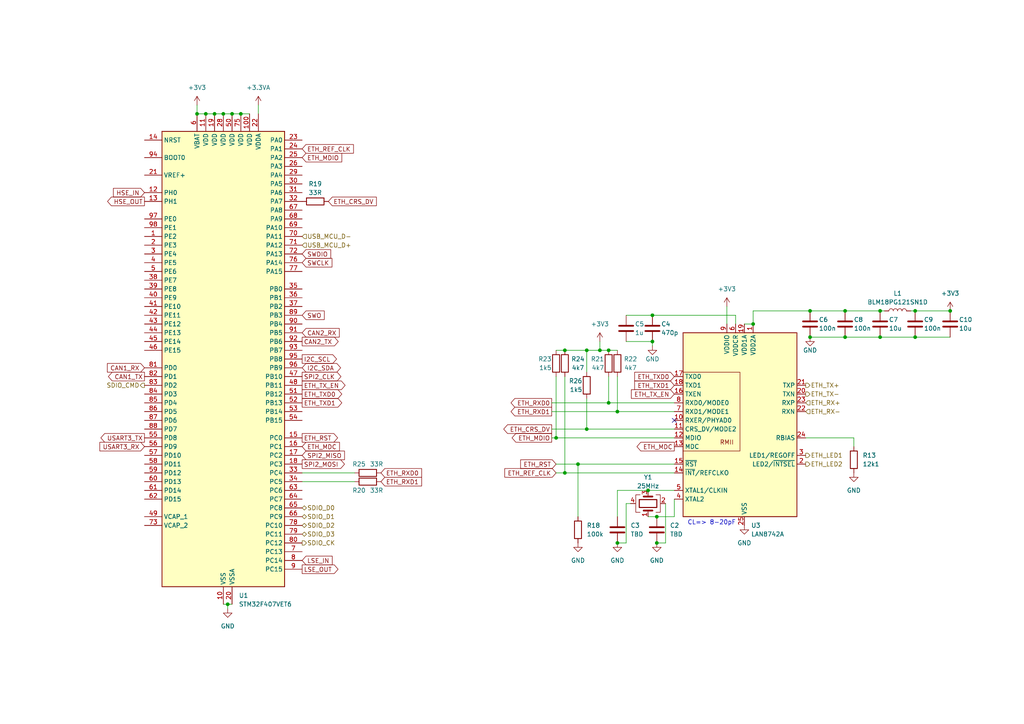
<source format=kicad_sch>
(kicad_sch (version 20230121) (generator eeschema)
  (paper "A4")
  (lib_symbols
    (symbol "Device:C" (pin_numbers hide) (pin_names (offset 0.254))
      (property "Reference" "C" (at 0.635 2.54 0))
      (property "Value" "C" (at 0.635 -2.54 0))
      (symbol "C_0_1"
        (polyline (pts (xy -2.032 -0.762) (xy 2.032 -0.762)) (stroke (width 0.508)))
        (polyline (pts (xy -2.032 0.762) (xy 2.032 0.762)) (stroke (width 0.508)))
      )
      (symbol "C_1_1"
        (pin passive line (at 0 3.81 270) (length 2.794) (name "~") (number "1"))
        (pin passive line (at 0 -3.81 90) (length 2.794) (name "~") (number "2"))
      )
    )
    (symbol "Device:Crystal_GND24" (pin_names (offset 1.016) hide)
      (property "Reference" "Y" (at 3.175 5.08 0))
      (property "Value" "Crystal_GND24" (at 3.175 3.175 0))
      (symbol "Crystal_GND24_0_1"
        (rectangle (start -1.143 2.54) (end 1.143 -2.54) (stroke (width 0.3048)))
        (polyline (pts (xy -2.54 0) (xy -2.032 0)))
        (polyline (pts (xy -2.032 -1.27) (xy -2.032 1.27)) (stroke (width 0.508)))
        (polyline (pts (xy 0 -3.81) (xy 0 -3.556)))
        (polyline (pts (xy 0 3.556) (xy 0 3.81)))
        (polyline (pts (xy 2.032 -1.27) (xy 2.032 1.27)) (stroke (width 0.508)))
        (polyline (pts (xy 2.032 0) (xy 2.54 0)))
        (polyline (pts (xy -2.54 -2.286) (xy -2.54 -3.556) (xy 2.54 -3.556) (xy 2.54 -2.286)))
        (polyline (pts (xy -2.54 2.286) (xy -2.54 3.556) (xy 2.54 3.556) (xy 2.54 2.286)))
      )
      (symbol "Crystal_GND24_1_1"
        (pin passive line (at -3.81 0 0) (length 1.27) (name "1") (number "1"))
        (pin passive line (at 0 5.08 270) (length 1.27) (name "2") (number "2"))
        (pin passive line (at 3.81 0 180) (length 1.27) (name "3") (number "3"))
        (pin passive line (at 0 -5.08 90) (length 1.27) (name "4") (number "4"))
      )
    )
    (symbol "Device:L" (pin_numbers hide) (pin_names (offset 1.016) hide)
      (property "Reference" "L" (at -1.27 0 90))
      (property "Value" "L" (at 1.905 0 90))
      (symbol "L_0_1"
        (arc (start 0 -2.54) (mid 0.6323 -1.905) (end 0 -1.27))
        (arc (start 0 -1.27) (mid 0.6323 -0.635) (end 0 0))
        (arc (start 0 0) (mid 0.6323 0.635) (end 0 1.27))
        (arc (start 0 1.27) (mid 0.6323 1.905) (end 0 2.54))
      )
      (symbol "L_1_1"
        (pin passive line (at 0 3.81 270) (length 1.27) (name "1") (number "1"))
        (pin passive line (at 0 -3.81 90) (length 1.27) (name "2") (number "2"))
      )
    )
    (symbol "Device:R" (pin_numbers hide) (pin_names (offset 0))
      (property "Reference" "R" (at 2.032 0 90))
      (property "Value" "R" (at 0 0 90))
      (symbol "R_0_1"
        (rectangle (start -1.016 -2.54) (end 1.016 2.54) (stroke (width 0.254)))
      )
      (symbol "R_1_1"
        (pin passive line (at 0 3.81 270) (length 1.27) (name "~") (number "1"))
        (pin passive line (at 0 -3.81 90) (length 1.27) (name "~") (number "2"))
      )
    )
    (symbol "Interface_Ethernet:LAN8742A"
      (property "Reference" "U" (at -13.97 29.21 0))
      (property "Value" "LAN8742A" (at 15.24 29.21 0))
      (symbol "LAN8742A_0_0"
        (text "RMII" (at -5.08 -3.81 0) (effects (font (size 1.27 1.27))))
      )
      (symbol "LAN8742A_0_1"
        (rectangle (start -17.78 27.94) (end 15.24 -25.4) (stroke (width 0.254)) (fill (type background)))
        (polyline (pts (xy -17.78 -6.35) (xy -1.27 -6.35) (xy -1.27 16.51) (xy -17.78 16.51)))
      )
      (symbol "LAN8742A_1_1"
        (pin power_in line (at 2.54 30.48 270) (length 2.54) (name "VDD2A") (number "1"))
        (pin output line (at -20.32 2.54 0) (length 2.54) (name "RXER/PHYAD0") (number "10"))
        (pin bidirectional line (at -20.32 0 0) (length 2.54) (name "CRS_DV/MODE2") (number "11"))
        (pin bidirectional line (at -20.32 -2.54 0) (length 2.54) (name "MDIO") (number "12"))
        (pin input line (at -20.32 -5.08 0) (length 2.54) (name "MDC") (number "13"))
        (pin output line (at -20.32 -12.7 0) (length 2.54) (name "~{INT}/REFCLKO") (number "14"))
        (pin input line (at -20.32 -10.16 0) (length 2.54) (name "~{RST}") (number "15"))
        (pin input line (at -20.32 10.16 0) (length 2.54) (name "TXEN") (number "16"))
        (pin input line (at -20.32 15.24 0) (length 2.54) (name "TXD0") (number "17"))
        (pin input line (at -20.32 12.7 0) (length 2.54) (name "TXD1") (number "18"))
        (pin power_in line (at 0 30.48 270) (length 2.54) (name "VDD1A") (number "19"))
        (pin bidirectional line (at 17.78 -10.16 180) (length 2.54) (name "LED2/~{INTSEL}") (number "2"))
        (pin passive line (at 17.78 10.16 180) (length 2.54) (name "TXN") (number "20"))
        (pin passive line (at 17.78 12.7 180) (length 2.54) (name "TXP") (number "21"))
        (pin passive line (at 17.78 5.08 180) (length 2.54) (name "RXN") (number "22"))
        (pin passive line (at 17.78 7.62 180) (length 2.54) (name "RXP") (number "23"))
        (pin passive line (at 17.78 -2.54 180) (length 2.54) (name "RBIAS") (number "24"))
        (pin power_in line (at 0 -27.94 90) (length 2.54) (name "VSS") (number "25"))
        (pin bidirectional line (at 17.78 -7.62 180) (length 2.54) (name "LED1/REGOFF") (number "3"))
        (pin output line (at -20.32 -20.32 0) (length 2.54) (name "XTAL2") (number "4"))
        (pin input line (at -20.32 -17.78 0) (length 2.54) (name "XTAL1/CLKIN") (number "5"))
        (pin power_in line (at -2.54 30.48 270) (length 2.54) (name "VDDCR") (number "6"))
        (pin bidirectional line (at -20.32 5.08 0) (length 2.54) (name "RXD1/MODE1") (number "7"))
        (pin bidirectional line (at -20.32 7.62 0) (length 2.54) (name "RXD0/MODE0") (number "8"))
        (pin power_in line (at -5.08 30.48 270) (length 2.54) (name "VDDIO") (number "9"))
      )
    )
    (symbol "MCU_ST_STM32F4:STM32F407VETx"
      (property "Reference" "U" (at -17.78 67.31 0))
      (property "Value" "STM32F407VETx" (at 12.7 67.31 0))
      (symbol "STM32F407VETx_0_1"
        (rectangle (start -17.78 -66.04) (end 17.78 66.04) (stroke (width 0.254)) (fill (type background)))
      )
      (symbol "STM32F407VETx_1_1"
        (pin bidirectional line (at -22.86 35.56 0) (length 5.08) (name "PE2") (number "1"))
        (pin power_in line (at 0 -71.12 90) (length 5.08) (name "VSS") (number "10"))
        (pin power_in line (at 7.62 71.12 270) (length 5.08) (name "VDD") (number "100"))
        (pin power_in line (at -5.08 71.12 270) (length 5.08) (name "VDD") (number "11"))
        (pin bidirectional line (at -22.86 48.26 0) (length 5.08) (name "PH0") (number "12"))
        (pin bidirectional line (at -22.86 45.72 0) (length 5.08) (name "PH1") (number "13"))
        (pin input line (at -22.86 63.5 0) (length 5.08) (name "NRST") (number "14"))
        (pin bidirectional line (at 22.86 -22.86 180) (length 5.08) (name "PC0") (number "15"))
        (pin bidirectional line (at 22.86 -25.4 180) (length 5.08) (name "PC1") (number "16"))
        (pin bidirectional line (at 22.86 -27.94 180) (length 5.08) (name "PC2") (number "17"))
        (pin bidirectional line (at 22.86 -30.48 180) (length 5.08) (name "PC3") (number "18"))
        (pin power_in line (at -2.54 71.12 270) (length 5.08) (name "VDD") (number "19"))
        (pin bidirectional line (at -22.86 33.02 0) (length 5.08) (name "PE3") (number "2"))
        (pin power_in line (at 2.54 -71.12 90) (length 5.08) (name "VSSA") (number "20"))
        (pin input line (at -22.86 53.34 0) (length 5.08) (name "VREF+") (number "21"))
        (pin power_in line (at 10.16 71.12 270) (length 5.08) (name "VDDA") (number "22"))
        (pin bidirectional line (at 22.86 63.5 180) (length 5.08) (name "PA0") (number "23"))
        (pin bidirectional line (at 22.86 60.96 180) (length 5.08) (name "PA1") (number "24"))
        (pin bidirectional line (at 22.86 58.42 180) (length 5.08) (name "PA2") (number "25"))
        (pin bidirectional line (at 22.86 55.88 180) (length 5.08) (name "PA3") (number "26"))
        (pin passive line (at 0 -71.12 90) (length 5.08) hide (name "VSS") (number "27"))
        (pin power_in line (at 0 71.12 270) (length 5.08) (name "VDD") (number "28"))
        (pin bidirectional line (at 22.86 53.34 180) (length 5.08) (name "PA4") (number "29"))
        (pin bidirectional line (at -22.86 30.48 0) (length 5.08) (name "PE4") (number "3"))
        (pin bidirectional line (at 22.86 50.8 180) (length 5.08) (name "PA5") (number "30"))
        (pin bidirectional line (at 22.86 48.26 180) (length 5.08) (name "PA6") (number "31"))
        (pin bidirectional line (at 22.86 45.72 180) (length 5.08) (name "PA7") (number "32"))
        (pin bidirectional line (at 22.86 -33.02 180) (length 5.08) (name "PC4") (number "33"))
        (pin bidirectional line (at 22.86 -35.56 180) (length 5.08) (name "PC5") (number "34"))
        (pin bidirectional line (at 22.86 20.32 180) (length 5.08) (name "PB0") (number "35"))
        (pin bidirectional line (at 22.86 17.78 180) (length 5.08) (name "PB1") (number "36"))
        (pin bidirectional line (at 22.86 15.24 180) (length 5.08) (name "PB2") (number "37"))
        (pin bidirectional line (at -22.86 22.86 0) (length 5.08) (name "PE7") (number "38"))
        (pin bidirectional line (at -22.86 20.32 0) (length 5.08) (name "PE8") (number "39"))
        (pin bidirectional line (at -22.86 27.94 0) (length 5.08) (name "PE5") (number "4"))
        (pin bidirectional line (at -22.86 17.78 0) (length 5.08) (name "PE9") (number "40"))
        (pin bidirectional line (at -22.86 15.24 0) (length 5.08) (name "PE10") (number "41"))
        (pin bidirectional line (at -22.86 12.7 0) (length 5.08) (name "PE11") (number "42"))
        (pin bidirectional line (at -22.86 10.16 0) (length 5.08) (name "PE12") (number "43"))
        (pin bidirectional line (at -22.86 7.62 0) (length 5.08) (name "PE13") (number "44"))
        (pin bidirectional line (at -22.86 5.08 0) (length 5.08) (name "PE14") (number "45"))
        (pin bidirectional line (at -22.86 2.54 0) (length 5.08) (name "PE15") (number "46"))
        (pin bidirectional line (at 22.86 -5.08 180) (length 5.08) (name "PB10") (number "47"))
        (pin bidirectional line (at 22.86 -7.62 180) (length 5.08) (name "PB11") (number "48"))
        (pin power_out line (at -22.86 -45.72 0) (length 5.08) (name "VCAP_1") (number "49"))
        (pin bidirectional line (at -22.86 25.4 0) (length 5.08) (name "PE6") (number "5"))
        (pin power_in line (at 2.54 71.12 270) (length 5.08) (name "VDD") (number "50"))
        (pin bidirectional line (at 22.86 -10.16 180) (length 5.08) (name "PB12") (number "51"))
        (pin bidirectional line (at 22.86 -12.7 180) (length 5.08) (name "PB13") (number "52"))
        (pin bidirectional line (at 22.86 -15.24 180) (length 5.08) (name "PB14") (number "53"))
        (pin bidirectional line (at 22.86 -17.78 180) (length 5.08) (name "PB15") (number "54"))
        (pin bidirectional line (at -22.86 -22.86 0) (length 5.08) (name "PD8") (number "55"))
        (pin bidirectional line (at -22.86 -25.4 0) (length 5.08) (name "PD9") (number "56"))
        (pin bidirectional line (at -22.86 -27.94 0) (length 5.08) (name "PD10") (number "57"))
        (pin bidirectional line (at -22.86 -30.48 0) (length 5.08) (name "PD11") (number "58"))
        (pin bidirectional line (at -22.86 -33.02 0) (length 5.08) (name "PD12") (number "59"))
        (pin power_in line (at -7.62 71.12 270) (length 5.08) (name "VBAT") (number "6"))
        (pin bidirectional line (at -22.86 -35.56 0) (length 5.08) (name "PD13") (number "60"))
        (pin bidirectional line (at -22.86 -38.1 0) (length 5.08) (name "PD14") (number "61"))
        (pin bidirectional line (at -22.86 -40.64 0) (length 5.08) (name "PD15") (number "62"))
        (pin bidirectional line (at 22.86 -38.1 180) (length 5.08) (name "PC6") (number "63"))
        (pin bidirectional line (at 22.86 -40.64 180) (length 5.08) (name "PC7") (number "64"))
        (pin bidirectional line (at 22.86 -43.18 180) (length 5.08) (name "PC8") (number "65"))
        (pin bidirectional line (at 22.86 -45.72 180) (length 5.08) (name "PC9") (number "66"))
        (pin bidirectional line (at 22.86 43.18 180) (length 5.08) (name "PA8") (number "67"))
        (pin bidirectional line (at 22.86 40.64 180) (length 5.08) (name "PA9") (number "68"))
        (pin bidirectional line (at 22.86 38.1 180) (length 5.08) (name "PA10") (number "69"))
        (pin bidirectional line (at 22.86 -55.88 180) (length 5.08) (name "PC13") (number "7"))
        (pin bidirectional line (at 22.86 35.56 180) (length 5.08) (name "PA11") (number "70"))
        (pin bidirectional line (at 22.86 33.02 180) (length 5.08) (name "PA12") (number "71"))
        (pin bidirectional line (at 22.86 30.48 180) (length 5.08) (name "PA13") (number "72"))
        (pin power_out line (at -22.86 -48.26 0) (length 5.08) (name "VCAP_2") (number "73"))
        (pin passive line (at 0 -71.12 90) (length 5.08) hide (name "VSS") (number "74"))
        (pin power_in line (at 5.08 71.12 270) (length 5.08) (name "VDD") (number "75"))
        (pin bidirectional line (at 22.86 27.94 180) (length 5.08) (name "PA14") (number "76"))
        (pin bidirectional line (at 22.86 25.4 180) (length 5.08) (name "PA15") (number "77"))
        (pin bidirectional line (at 22.86 -48.26 180) (length 5.08) (name "PC10") (number "78"))
        (pin bidirectional line (at 22.86 -50.8 180) (length 5.08) (name "PC11") (number "79"))
        (pin bidirectional line (at 22.86 -58.42 180) (length 5.08) (name "PC14") (number "8"))
        (pin bidirectional line (at 22.86 -53.34 180) (length 5.08) (name "PC12") (number "80"))
        (pin bidirectional line (at -22.86 -2.54 0) (length 5.08) (name "PD0") (number "81"))
        (pin bidirectional line (at -22.86 -5.08 0) (length 5.08) (name "PD1") (number "82"))
        (pin bidirectional line (at -22.86 -7.62 0) (length 5.08) (name "PD2") (number "83"))
        (pin bidirectional line (at -22.86 -10.16 0) (length 5.08) (name "PD3") (number "84"))
        (pin bidirectional line (at -22.86 -12.7 0) (length 5.08) (name "PD4") (number "85"))
        (pin bidirectional line (at -22.86 -15.24 0) (length 5.08) (name "PD5") (number "86"))
        (pin bidirectional line (at -22.86 -17.78 0) (length 5.08) (name "PD6") (number "87"))
        (pin bidirectional line (at -22.86 -20.32 0) (length 5.08) (name "PD7") (number "88"))
        (pin bidirectional line (at 22.86 12.7 180) (length 5.08) (name "PB3") (number "89"))
        (pin bidirectional line (at 22.86 -60.96 180) (length 5.08) (name "PC15") (number "9"))
        (pin bidirectional line (at 22.86 10.16 180) (length 5.08) (name "PB4") (number "90"))
        (pin bidirectional line (at 22.86 7.62 180) (length 5.08) (name "PB5") (number "91"))
        (pin bidirectional line (at 22.86 5.08 180) (length 5.08) (name "PB6") (number "92"))
        (pin bidirectional line (at 22.86 2.54 180) (length 5.08) (name "PB7") (number "93"))
        (pin input line (at -22.86 58.42 0) (length 5.08) (name "BOOT0") (number "94"))
        (pin bidirectional line (at 22.86 0 180) (length 5.08) (name "PB8") (number "95"))
        (pin bidirectional line (at 22.86 -2.54 180) (length 5.08) (name "PB9") (number "96"))
        (pin bidirectional line (at -22.86 40.64 0) (length 5.08) (name "PE0") (number "97"))
        (pin bidirectional line (at -22.86 38.1 0) (length 5.08) (name "PE1") (number "98"))
        (pin passive line (at 0 -71.12 90) (length 5.08) hide (name "VSS") (number "99"))
      )
    )
    (symbol "power:+3.3VA" (power) (pin_names (offset 0))
      (property "Value" "+3.3VA" (at 0 3.556 0))
      (symbol "+3.3VA_0_1"
        (polyline (pts (xy -0.762 1.27) (xy 0 2.54)))
        (polyline (pts (xy 0 0) (xy 0 2.54)))
        (polyline (pts (xy 0 2.54) (xy 0.762 1.27)))
      )
      (symbol "+3.3VA_1_1"
        (pin power_in line (at 0 0 90) (length 0) hide (name "+3.3VA") (number "1"))
      )
    )
    (symbol "power:+3V3" (power) (pin_names (offset 0))
      (property "Value" "+3V3" (at 0 3.556 0))
      (symbol "+3V3_0_1"
        (polyline (pts (xy -0.762 1.27) (xy 0 2.54)))
        (polyline (pts (xy 0 0) (xy 0 2.54)))
        (polyline (pts (xy 0 2.54) (xy 0.762 1.27)))
      )
      (symbol "+3V3_1_1"
        (pin power_in line (at 0 0 90) (length 0) hide (name "+3V3") (number "1"))
      )
    )
    (symbol "power:GND" (power) (pin_names (offset 0))
      (property "Value" "GND" (at 0 -3.81 0))
      (symbol "GND_0_1"
        (polyline (pts (xy 0 0) (xy 0 -1.27) (xy 1.27 -1.27) (xy 0 -2.54) (xy -1.27 -1.27) (xy 0 -1.27)))
      )
      (symbol "GND_1_1"
        (pin power_in line (at 0 0 270) (length 0) hide (name "GND") (number "1"))
      )
    )
  )
  (junction (at 170.18 101.6))
  (junction (at 189.23 99.06))
  (junction (at 218.44 93.98))
  (junction (at 189.23 91.44))
  (junction (at 167.64 134.62))
  (junction (at 245.11 90.17))
  (junction (at 62.23 33.02))
  (junction (at 66.04 175.26))
  (junction (at 173.99 101.6))
  (junction (at 179.07 119.38))
  (junction (at 275.59 90.17))
  (junction (at 170.18 124.46))
  (junction (at 57.15 33.02))
  (junction (at 190.5 157.48))
  (junction (at 161.29 127))
  (junction (at 187.96 142.24))
  (junction (at 265.43 90.17))
  (junction (at 69.85 33.02))
  (junction (at 67.31 33.02))
  (junction (at 176.53 101.6))
  (junction (at 176.53 116.84))
  (junction (at 245.11 97.79))
  (junction (at 265.43 97.79))
  (junction (at 234.95 97.79))
  (junction (at 59.69 33.02))
  (junction (at 179.07 157.48))
  (junction (at 163.83 101.6))
  (junction (at 190.5 149.86))
  (junction (at 234.95 90.17))
  (junction (at 163.83 137.16))
  (junction (at 255.27 90.17))
  (junction (at 64.77 33.02))
  (junction (at 255.27 97.79))
  (no_connect (at 195.58 121.92))
  (wire (pts (xy 234.95 90.17) (xy 245.11 90.17)))
  (wire (pts (xy 265.43 97.79) (xy 275.59 97.79)))
  (wire (pts (xy 181.61 99.06) (xy 189.23 99.06)))
  (wire (pts (xy 67.31 33.02) (xy 64.77 33.02)))
  (wire (pts (xy 163.83 137.16) (xy 195.58 137.16)))
  (wire (pts (xy 181.61 146.05) (xy 182.88 146.05)))
  (wire (pts (xy 74.93 30.48) (xy 74.93 33.02)))
  (wire (pts (xy 210.82 88.9) (xy 210.82 93.98)))
  (wire (pts (xy 245.11 90.17) (xy 255.27 90.17)))
  (wire (pts (xy 161.29 109.22) (xy 161.29 127)))
  (wire (pts (xy 234.95 97.79) (xy 245.11 97.79)))
  (wire (pts (xy 176.53 116.84) (xy 195.58 116.84)))
  (wire (pts (xy 189.23 100.33) (xy 189.23 99.06)))
  (wire (pts (xy 176.53 101.6) (xy 179.07 101.6)))
  (wire (pts (xy 245.11 97.79) (xy 255.27 97.79)))
  (wire (pts (xy 173.99 101.6) (xy 176.53 101.6)))
  (wire (pts (xy 181.61 157.48) (xy 179.07 157.48)))
  (wire (pts (xy 160.02 124.46) (xy 170.18 124.46)))
  (wire (pts (xy 190.5 149.86) (xy 195.58 149.86)))
  (wire (pts (xy 193.04 146.05) (xy 193.04 157.48)))
  (wire (pts (xy 264.16 90.17) (xy 265.43 90.17)))
  (wire (pts (xy 163.83 101.6) (xy 170.18 101.6)))
  (wire (pts (xy 66.04 175.26) (xy 64.77 175.26)))
  (wire (pts (xy 193.04 157.48) (xy 190.5 157.48)))
  (wire (pts (xy 179.07 119.38) (xy 195.58 119.38)))
  (wire (pts (xy 59.69 33.02) (xy 57.15 33.02)))
  (wire (pts (xy 247.65 127) (xy 247.65 129.54)))
  (wire (pts (xy 160.02 127) (xy 161.29 127)))
  (wire (pts (xy 176.53 109.22) (xy 176.53 116.84)))
  (wire (pts (xy 187.96 142.24) (xy 195.58 142.24)))
  (wire (pts (xy 66.04 175.26) (xy 67.31 175.26)))
  (wire (pts (xy 181.61 146.05) (xy 181.61 157.48)))
  (wire (pts (xy 163.83 109.22) (xy 163.83 137.16)))
  (wire (pts (xy 161.29 127) (xy 195.58 127)))
  (wire (pts (xy 160.02 116.84) (xy 176.53 116.84)))
  (wire (pts (xy 173.99 99.06) (xy 173.99 101.6)))
  (wire (pts (xy 265.43 90.17) (xy 275.59 90.17)))
  (wire (pts (xy 62.23 33.02) (xy 59.69 33.02)))
  (wire (pts (xy 255.27 97.79) (xy 265.43 97.79)))
  (wire (pts (xy 170.18 115.57) (xy 170.18 124.46)))
  (wire (pts (xy 167.64 134.62) (xy 167.64 149.86)))
  (wire (pts (xy 57.15 33.02) (xy 57.15 30.48)))
  (wire (pts (xy 187.96 149.86) (xy 190.5 149.86)))
  (wire (pts (xy 64.77 33.02) (xy 62.23 33.02)))
  (wire (pts (xy 87.63 137.16) (xy 102.87 137.16)))
  (wire (pts (xy 213.36 91.44) (xy 213.36 93.98)))
  (wire (pts (xy 179.07 149.86) (xy 179.07 142.24)))
  (wire (pts (xy 233.68 127) (xy 247.65 127)))
  (wire (pts (xy 215.9 93.98) (xy 218.44 93.98)))
  (wire (pts (xy 181.61 91.44) (xy 189.23 91.44)))
  (wire (pts (xy 87.63 139.7) (xy 102.87 139.7)))
  (wire (pts (xy 179.07 109.22) (xy 179.07 119.38)))
  (wire (pts (xy 66.04 176.53) (xy 66.04 175.26)))
  (wire (pts (xy 189.23 91.44) (xy 213.36 91.44)))
  (wire (pts (xy 160.02 119.38) (xy 179.07 119.38)))
  (wire (pts (xy 161.29 134.62) (xy 167.64 134.62)))
  (wire (pts (xy 170.18 101.6) (xy 173.99 101.6)))
  (wire (pts (xy 195.58 149.86) (xy 195.58 144.78)))
  (wire (pts (xy 72.39 33.02) (xy 69.85 33.02)))
  (wire (pts (xy 170.18 101.6) (xy 170.18 107.95)))
  (wire (pts (xy 167.64 134.62) (xy 195.58 134.62)))
  (wire (pts (xy 161.29 137.16) (xy 163.83 137.16)))
  (wire (pts (xy 69.85 33.02) (xy 67.31 33.02)))
  (wire (pts (xy 218.44 93.98) (xy 218.44 90.17)))
  (wire (pts (xy 161.29 101.6) (xy 163.83 101.6)))
  (wire (pts (xy 218.44 90.17) (xy 234.95 90.17)))
  (wire (pts (xy 256.54 90.17) (xy 255.27 90.17)))
  (wire (pts (xy 170.18 124.46) (xy 195.58 124.46)))
  (wire (pts (xy 179.07 142.24) (xy 187.96 142.24)))
  (text "CL=> 8-20pF" (at 199.39 152.4 0) (effects (font (size 1.27 1.27)) (justify left bottom)))
  (global_label "ETH_REF_CLK" (shape input) (at 161.29 137.16 180) (property "Intersheetrefs" "${INTERSHEET_REFS}" (effects hide)))
  (global_label "ETH_RXD0" (shape input) (at 110.49 137.16 0) (property "Intersheetrefs" "${INTERSHEET_REFS}" (effects hide)))
  (global_label "CAN2_RX" (shape input) (at 87.63 96.52 0) (property "Intersheetrefs" "${INTERSHEET_REFS}" (effects hide)))
  (global_label "ETH_REF_CLK" (shape input) (at 87.63 43.18 0) (property "Intersheetrefs" "${INTERSHEET_REFS}" (effects hide)))
  (global_label "ETH_MDIO" (shape input) (at 87.63 45.72 0) (property "Intersheetrefs" "${INTERSHEET_REFS}" (effects hide)))
  (global_label "ETH_CRS_DV" (shape output) (at 160.02 124.46 180) (property "Intersheetrefs" "${INTERSHEET_REFS}" (effects hide)))
  (global_label "SPI2_MISO" (shape input) (at 87.63 132.08 0) (property "Intersheetrefs" "${INTERSHEET_REFS}" (effects hide)))
  (global_label "CAN1_RX" (shape input) (at 41.91 106.68 180) (property "Intersheetrefs" "${INTERSHEET_REFS}" (effects hide)))
  (global_label "SWCLK" (shape input) (at 87.63 76.2 0) (property "Intersheetrefs" "${INTERSHEET_REFS}" (effects hide)))
  (global_label "LSE_OUT" (shape output) (at 87.63 165.1 0) (property "Intersheetrefs" "${INTERSHEET_REFS}" (effects hide)))
  (global_label "ETH_RST" (shape output) (at 87.63 127 0) (property "Intersheetrefs" "${INTERSHEET_REFS}" (effects hide)))
  (global_label "USART3_RX" (shape input) (at 41.91 129.54 180) (property "Intersheetrefs" "${INTERSHEET_REFS}" (effects hide)))
  (global_label "ETH_RXD1" (shape input) (at 110.49 139.7 0) (property "Intersheetrefs" "${INTERSHEET_REFS}" (effects hide)))
  (global_label "ETH_MDIO" (shape output) (at 160.02 127 180) (property "Intersheetrefs" "${INTERSHEET_REFS}" (effects hide)))
  (global_label "ETH_CRS_DV" (shape input) (at 95.25 58.42 0) (property "Intersheetrefs" "${INTERSHEET_REFS}" (effects hide)))
  (global_label "SPI2_MOSI" (shape output) (at 87.63 134.62 0) (property "Intersheetrefs" "${INTERSHEET_REFS}" (effects hide)))
  (global_label "I2C_SDA" (shape bidirectional) (at 87.63 106.68 0) (property "Intersheetrefs" "${INTERSHEET_REFS}" (effects hide)))
  (global_label "ETH_MDC" (shape output) (at 195.58 129.54 180) (property "Intersheetrefs" "${INTERSHEET_REFS}" (effects hide)))
  (global_label "ETH_RST" (shape input) (at 161.29 134.62 180) (property "Intersheetrefs" "${INTERSHEET_REFS}" (effects hide)))
  (global_label "ETH_TXD0" (shape output) (at 87.63 114.3 0) (property "Intersheetrefs" "${INTERSHEET_REFS}" (effects hide)))
  (global_label "CAN1_TX" (shape output) (at 41.91 109.22 180) (property "Intersheetrefs" "${INTERSHEET_REFS}" (effects hide)))
  (global_label "I2C_SCL" (shape output) (at 87.63 104.14 0) (property "Intersheetrefs" "${INTERSHEET_REFS}" (effects hide)))
  (global_label "ETH_TXD1" (shape input) (at 195.58 111.76 180) (property "Intersheetrefs" "${INTERSHEET_REFS}" (effects hide)))
  (global_label "USART3_TX" (shape output) (at 41.91 127 180) (property "Intersheetrefs" "${INTERSHEET_REFS}" (effects hide)))
  (global_label "ETH_TXD1" (shape output) (at 87.63 116.84 0) (property "Intersheetrefs" "${INTERSHEET_REFS}" (effects hide)))
  (global_label "LSE_IN" (shape input) (at 87.63 162.56 0) (property "Intersheetrefs" "${INTERSHEET_REFS}" (effects hide)))
  (global_label "ETH_TX_EN" (shape output) (at 87.63 111.76 0) (property "Intersheetrefs" "${INTERSHEET_REFS}" (effects hide)))
  (global_label "HSE_OUT" (shape output) (at 41.91 58.42 180) (property "Intersheetrefs" "${INTERSHEET_REFS}" (effects hide)))
  (global_label "ETH_RXD0" (shape output) (at 160.02 116.84 180) (property "Intersheetrefs" "${INTERSHEET_REFS}" (effects hide)))
  (global_label "ETH_MDC" (shape input) (at 87.63 129.54 0) (property "Intersheetrefs" "${INTERSHEET_REFS}" (effects hide)))
  (global_label "ETH_TX_EN" (shape input) (at 195.58 114.3 180) (property "Intersheetrefs" "${INTERSHEET_REFS}" (effects hide)))
  (global_label "SPI2_CLK" (shape output) (at 87.63 109.22 0) (property "Intersheetrefs" "${INTERSHEET_REFS}" (effects hide)))
  (global_label "ETH_TXD0" (shape input) (at 195.58 109.22 180) (property "Intersheetrefs" "${INTERSHEET_REFS}" (effects hide)))
  (global_label "SWDIO" (shape input) (at 87.63 73.66 0) (property "Intersheetrefs" "${INTERSHEET_REFS}" (effects hide)))
  (global_label "HSE_IN" (shape input) (at 41.91 55.88 180) (property "Intersheetrefs" "${INTERSHEET_REFS}" (effects hide)))
  (global_label "SWO" (shape input) (at 87.63 91.44 0) (property "Intersheetrefs" "${INTERSHEET_REFS}" (effects hide)))
  (global_label "CAN2_TX" (shape output) (at 87.63 99.06 0) (property "Intersheetrefs" "${INTERSHEET_REFS}" (effects hide)))
  (global_label "ETH_RXD1" (shape output) (at 160.02 119.38 180) (property "Intersheetrefs" "${INTERSHEET_REFS}" (effects hide)))
  (hierarchical_label "SDIO_D0" (shape bidirectional) (at 87.63 147.32 0))
  (hierarchical_label "USB_MCU_D+" (shape input) (at 87.63 71.12 0))
  (hierarchical_label "SDIO_D1" (shape bidirectional) (at 87.63 149.86 0))
  (hierarchical_label "USB_MCU_D-" (shape input) (at 87.63 68.58 0))
  (hierarchical_label "ETH_TX+" (shape output) (at 233.68 111.76 0))
  (hierarchical_label "SDIO_D3" (shape bidirectional) (at 87.63 154.94 0))
  (hierarchical_label "SDIO_D2" (shape bidirectional) (at 87.63 152.4 0))
  (hierarchical_label "ETH_TX-" (shape output) (at 233.68 114.3 0))
  (hierarchical_label "ETH_LED1" (shape output) (at 233.68 132.08 0))
  (hierarchical_label "ETH_RX+" (shape input) (at 233.68 116.84 0))
  (hierarchical_label "ETH_RX-" (shape input) (at 233.68 119.38 0))
  (hierarchical_label "ETH_LED2" (shape output) (at 233.68 134.62 0))
  (hierarchical_label "SDIO_CK" (shape output) (at 87.63 157.48 0))
  (hierarchical_label "SDIO_CMD" (shape output) (at 41.91 111.76 180))
  (symbol (lib_id "Device:C") (at 190.5 153.67 0) (unit 1)
    (property "Reference" "C2" (at 194.31 152.4 0) (effects (justify left)))
    (property "Value" "TBD" (at 194.31 154.94 0) (effects (justify left)))
    (property "Footprint" "Capacitor_SMD:C_0402_1005Metric" (effects hide))
  )
  (symbol (lib_id "Device:R") (at 163.83 105.41 0) (mirror y) (unit 1)
    (property "Reference" "R24" (at 167.64 104.14 0))
    (property "Value" "4k7" (at 167.64 106.68 0))
    (property "Footprint" "Resistor_SMD:R_0603_1608Metric" (effects hide))
  )
  (symbol (lib_id "Device:C") (at 189.23 95.25 0) (unit 1)
    (property "Reference" "C4" (at 191.77 93.98 0) (effects (justify left)))
    (property "Value" "470p" (at 191.77 96.52 0) (effects (justify left)))
    (property "Footprint" "Capacitor_SMD:C_0402_1005Metric" (effects hide))
  )
  (symbol (lib_id "Device:C") (at 234.95 93.98 0) (unit 1)
    (property "Reference" "C6" (at 237.49 92.71 0) (effects (justify left)))
    (property "Value" "100n" (at 237.49 95.25 0) (effects (justify left)))
    (property "Footprint" "Capacitor_SMD:C_0402_1005Metric" (effects hide))
  )
  (symbol (lib_id "Device:R") (at 106.68 137.16 90) (unit 1)
    (property "Reference" "R25" (at 104.14 134.62 90))
    (property "Value" "33R" (at 109.22 134.62 90))
    (property "Footprint" "Resistor_SMD:R_0603_1608Metric" (effects hide))
  )
  (symbol (lib_id "Device:L") (at 260.35 90.17 90) (unit 1)
    (property "Reference" "L1" (at 260.35 85.09 90))
    (property "Value" "BLM18PG121SN1D" (at 260.35 87.63 90))
    (property "Footprint" "Inductor_SMD:L_0603_1608Metric" (effects hide))
  )
  (symbol (lib_id "Device:Crystal_GND24") (at 187.96 146.05 270) (mirror x) (unit 1)
    (property "Reference" "Y1" (at 187.96 138.43 90))
    (property "Value" "25MHz" (at 187.96 140.97 90))
    (property "Footprint" "Crystal:Crystal_SMD_3225-4Pin_3.2x2.5mm" (effects hide))
  )
  (symbol (lib_id "power:GND") (at 189.23 100.33 0) (unit 1)
    (property "Reference" "#PWR01" (effects hide))
    (property "Value" "GND" (at 189.23 104.14 0))
    (instances (project "Hardware" (path "" (reference "#PWR01") (unit 1)) (path "" (reference "#PWR026") (unit 1))))
  )
  (symbol (lib_id "Device:R") (at 161.29 105.41 0) (mirror x) (unit 1)
    (property "Reference" "R23" (at 160.02 104.14 0) (effects (justify right)))
    (property "Value" "1k5" (at 160.02 106.68 0) (effects (justify right)))
    (property "Footprint" "Resistor_SMD:R_0603_1608Metric" (effects hide))
  )
  (symbol (lib_id "Device:C") (at 255.27 93.98 0) (unit 1)
    (property "Reference" "C7" (at 257.81 92.71 0) (effects (justify left)))
    (property "Value" "10u" (at 257.81 95.25 0) (effects (justify left)))
    (property "Footprint" "Capacitor_SMD:C_0201_0603Metric" (effects hide))
  )
  (symbol (lib_id "Device:R") (at 91.44 58.42 90) (unit 1)
    (property "Reference" "R19" (at 91.44 53.34 90))
    (property "Value" "33R" (at 91.44 55.88 90))
    (property "Footprint" "Resistor_SMD:R_0603_1608Metric" (effects hide))
  )
  (symbol (lib_id "power:+3V3") (at 275.59 90.17 0) (unit 1)
    (property "Reference" "#PWR02" (effects hide))
    (property "Value" "+3V3" (at 275.59 85.09 0))
    (instances (project "Hardware" (path "" (reference "#PWR02") (unit 1)) (path "" (reference "#PWR028") (unit 1))))
  )
  (symbol (lib_id "Device:R") (at 176.53 105.41 0) (mirror x) (unit 1)
    (property "Reference" "R21" (at 175.26 104.14 0) (effects (justify right)))
    (property "Value" "4k7" (at 175.26 106.68 0) (effects (justify right)))
    (property "Footprint" "Resistor_SMD:R_0603_1608Metric" (effects hide))
  )
  (symbol (lib_id "Device:C") (at 181.61 95.25 0) (unit 1)
    (property "Reference" "C5" (at 184.15 93.98 0) (effects (justify left)))
    (property "Value" "1u" (at 184.15 96.52 0) (effects (justify left)))
    (property "Footprint" "Capacitor_SMD:C_0201_0603Metric" (effects hide))
  )
  (symbol (lib_id "power:GND") (at 215.9 152.4 0) (unit 1)
    (property "Reference" "#PWR01" (effects hide))
    (property "Value" "GND" (at 215.9 157.48 0))
    (instances (project "Hardware" (path "" (reference "#PWR01") (unit 1)) (path "" (reference "#PWR014") (unit 1))))
  )
  (symbol (lib_id "power:GND") (at 66.04 176.53 0) (unit 1)
    (property "Reference" "#PWR01" (effects hide))
    (property "Value" "GND" (at 66.04 181.61 0))
    (instances (project "Hardware" (path "" (reference "#PWR01") (unit 1)) (path "" (reference "#PWR02") (unit 1))))
  )
  (symbol (lib_id "power:GND") (at 167.64 157.48 0) (unit 1)
    (property "Reference" "#PWR01" (effects hide))
    (property "Value" "GND" (at 167.64 162.56 0))
    (instances (project "Hardware" (path "" (reference "#PWR01") (unit 1)) (path "" (reference "#PWR024") (unit 1))))
  )
  (symbol (lib_id "MCU_ST_STM32F4:STM32F407VETx") (at 64.77 104.14 0) (unit 1)
    (property "Reference" "U1" (at 69.2659 172.72 0) (effects (justify left)))
    (property "Value" "STM32F407VET6" (at 69.2659 175.26 0) (effects (justify left)))
    (property "Footprint" "Package_QFP:LQFP-100_14x14mm_P0.5mm" (effects hide))
    (property "Datasheet" "https://www.st.com/resource/en/datasheet/stm32f407ve.pdf" (effects hide))
  )
  (symbol (lib_id "Device:R") (at 106.68 139.7 270) (mirror x) (unit 1)
    (property "Reference" "R20" (at 104.14 142.24 90))
    (property "Value" "33R" (at 109.22 142.24 90))
    (property "Footprint" "Resistor_SMD:R_0603_1608Metric" (effects hide))
  )
  (symbol (lib_id "Device:C") (at 275.59 93.98 0) (unit 1)
    (property "Reference" "C10" (at 278.13 92.71 0) (effects (justify left)))
    (property "Value" "10u" (at 278.13 95.25 0) (effects (justify left)))
    (property "Footprint" "Capacitor_SMD:C_0201_0603Metric" (effects hide))
  )
  (symbol (lib_id "Device:R") (at 247.65 133.35 0) (unit 1)
    (property "Reference" "R13" (at 250.19 132.08 0) (effects (justify left)))
    (property "Value" "12k1" (at 250.19 134.62 0) (effects (justify left)))
    (property "Footprint" "Resistor_SMD:R_0603_1608Metric" (effects hide))
  )
  (symbol (lib_id "Device:R") (at 167.64 153.67 0) (unit 1)
    (property "Reference" "R18" (at 170.18 152.4 0) (effects (justify left)))
    (property "Value" "100k" (at 170.18 154.94 0) (effects (justify left)))
    (property "Footprint" "Resistor_SMD:R_0603_1608Metric" (effects hide))
  )
  (symbol (lib_id "Device:C") (at 245.11 93.98 0) (unit 1)
    (property "Reference" "C8" (at 247.65 92.71 0) (effects (justify left)))
    (property "Value" "100n" (at 247.65 95.25 0) (effects (justify left)))
    (property "Footprint" "Capacitor_SMD:C_0402_1005Metric" (effects hide))
  )
  (symbol (lib_id "Device:R") (at 170.18 111.76 0) (mirror x) (unit 1)
    (property "Reference" "R26" (at 168.91 110.49 0) (effects (justify right)))
    (property "Value" "1k5" (at 168.91 113.03 0) (effects (justify right)))
    (property "Footprint" "Resistor_SMD:R_0603_1608Metric" (effects hide))
  )
  (symbol (lib_id "power:GND") (at 247.65 137.16 0) (unit 1)
    (property "Reference" "#PWR01" (effects hide))
    (property "Value" "GND" (at 247.65 142.24 0))
    (instances (project "Hardware" (path "" (reference "#PWR01") (unit 1)) (path "" (reference "#PWR021") (unit 1))))
  )
  (symbol (lib_id "Device:C") (at 265.43 93.98 0) (unit 1)
    (property "Reference" "C9" (at 267.97 92.71 0) (effects (justify left)))
    (property "Value" "100n" (at 267.97 95.25 0) (effects (justify left)))
    (property "Footprint" "Capacitor_SMD:C_0402_1005Metric" (effects hide))
  )
  (symbol (lib_id "Device:C") (at 179.07 153.67 0) (unit 1)
    (property "Reference" "C3" (at 182.88 152.4 0) (effects (justify left)))
    (property "Value" "TBD" (at 182.88 154.94 0) (effects (justify left)))
    (property "Footprint" "Capacitor_SMD:C_0402_1005Metric" (effects hide))
  )
  (symbol (lib_id "power:GND") (at 190.5 157.48 0) (unit 1)
    (property "Reference" "#PWR01" (effects hide))
    (property "Value" "GND" (at 190.5 162.56 0))
    (instances (project "Hardware" (path "" (reference "#PWR01") (unit 1)) (path "" (reference "#PWR019") (unit 1))))
  )
  (symbol (lib_id "power:GND") (at 179.07 157.48 0) (unit 1)
    (property "Reference" "#PWR01" (effects hide))
    (property "Value" "GND" (at 179.07 162.56 0))
    (instances (project "Hardware" (path "" (reference "#PWR01") (unit 1)) (path "" (reference "#PWR020") (unit 1))))
  )
  (symbol (lib_id "power:+3.3VA") (at 74.93 30.48 0) (unit 1)
    (property "Reference" "#PWR03" (effects hide))
    (property "Value" "+3.3VA" (at 74.93 25.4 0))
  )
  (symbol (lib_id "Device:R") (at 179.07 105.41 0) (mirror y) (unit 1)
    (property "Reference" "R22" (at 182.88 104.14 0))
    (property "Value" "4k7" (at 182.88 106.68 0))
    (property "Footprint" "Resistor_SMD:R_0603_1608Metric" (effects hide))
  )
  (symbol (lib_id "power:+3V3") (at 210.82 88.9 0) (unit 1)
    (property "Reference" "#PWR02" (effects hide))
    (property "Value" "+3V3" (at 210.82 83.82 0))
    (instances (project "Hardware" (path "" (reference "#PWR02") (unit 1)) (path "" (reference "#PWR025") (unit 1))))
  )
  (symbol (lib_id "power:+3V3") (at 173.99 99.06 0) (unit 1)
    (property "Reference" "#PWR02" (effects hide))
    (property "Value" "+3V3" (at 173.99 93.98 0))
    (instances (project "Hardware" (path "" (reference "#PWR02") (unit 1)) (path "" (reference "#PWR029") (unit 1))))
  )
  (symbol (lib_id "power:GND") (at 234.95 97.79 0) (unit 1)
    (property "Reference" "#PWR01" (effects hide))
    (property "Value" "GND" (at 234.95 101.6 0))
    (instances (project "Hardware" (path "" (reference "#PWR01") (unit 1)) (path "" (reference "#PWR027") (unit 1))))
  )
  (symbol (lib_id "Interface_Ethernet:LAN8742A") (at 215.9 124.46 0) (unit 1)
    (property "Reference" "U3" (at 217.8559 152.4 0) (effects (justify left)))
    (property "Value" "LAN8742A" (at 217.8559 154.94 0) (effects (justify left)))
    (property "Footprint" "Package_DFN_QFN:VQFN-24-1EP_4x4mm_P0.5mm_EP2.5x2.5mm_ThermalVias" (effects hide))
    (property "Datasheet" "http://ww1.microchip.com/downloads/en/DeviceDoc/8742a.pdf" (effects hide))
  )
  (symbol (lib_id "power:+3V3") (at 57.15 30.48 0) (unit 1)
    (property "Reference" "#PWR02" (effects hide))
    (property "Value" "+3V3" (at 57.15 25.4 0))
    (instances (project "Hardware" (path "" (reference "#PWR02") (unit 1)) (path "" (reference "#PWR01") (unit 1))))
  )
)
</source>
